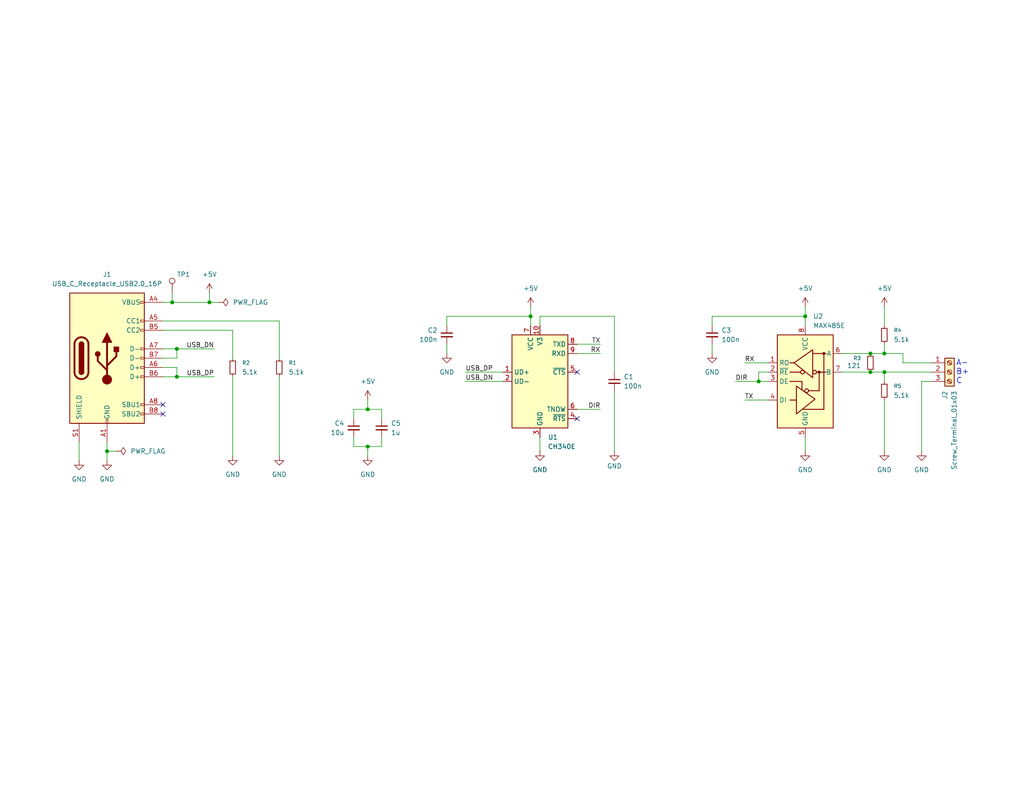
<source format=kicad_sch>
(kicad_sch (version 20250114) (generator "eeschema") (generator_version "9.0")
  (paper "A")
  (title_block (title "USB-C to RS485 Converter") (date "2025-12-10") (rev "A1") (company "Brandon Kirisaki"))
  (lib_symbols
    (symbol "Connector:Screw_Terminal_01x03" (pin_names (offset 1.016) (hide yes))
      (property "Reference" "J" (at 0 5.08 0))
      (property "Value" "Screw_Terminal_01x03" (at 0 -5.08 0))
      (symbol "Screw_Terminal_01x03_1_1"
        (rectangle (start -1.27 3.81) (end 1.27 -3.81) (stroke (width 0.254)) (fill (type background)))
        (polyline (pts (xy -0.5334 2.8702) (xy 0.3302 2.032)) (stroke (width 0.1524)))
        (polyline (pts (xy -0.5334 0.3302) (xy 0.3302 -0.508)) (stroke (width 0.1524)))
        (polyline (pts (xy -0.5334 -2.2098) (xy 0.3302 -3.048)) (stroke (width 0.1524)))
        (polyline (pts (xy -0.3556 3.048) (xy 0.508 2.2098)) (stroke (width 0.1524)))
        (polyline (pts (xy -0.3556 0.508) (xy 0.508 -0.3302)) (stroke (width 0.1524)))
        (polyline (pts (xy -0.3556 -2.032) (xy 0.508 -2.8702)) (stroke (width 0.1524)))
        (circle (center 0 2.54) (radius 0.635) (stroke (width 0.1524)))
        (circle (center 0 0) (radius 0.635) (stroke (width 0.1524)))
        (circle (center 0 -2.54) (radius 0.635) (stroke (width 0.1524)))
        (pin passive line (at -5.08 2.54 0) (length 3.81) (name "Pin_1") (number "1"))
        (pin passive line (at -5.08 0 0) (length 3.81) (name "Pin_2") (number "2"))
        (pin passive line (at -5.08 -2.54 0) (length 3.81) (name "Pin_3") (number "3"))
      )
    )
    (symbol "Connector:TestPoint" (pin_numbers (hide yes)) (pin_names (offset 0.762) (hide yes))
      (property "Reference" "TP" (at 0 6.858 0))
      (property "Value" "TestPoint" (at 0 5.08 0))
      (symbol "TestPoint_0_1"
        (circle (center 0 3.302) (radius 0.762))
      )
      (symbol "TestPoint_1_1"
        (pin passive line (at 0 0 90) (length 2.54) (name "1") (number "1"))
      )
    )
    (symbol "Connector:USB_C_Receptacle_USB2.0_16P" (pin_names (offset 1.016))
      (property "Reference" "J" (at 0 22.225 0))
      (property "Value" "USB_C_Receptacle_USB2.0_16P" (at 0 19.685 0))
      (symbol "USB_C_Receptacle_USB2.0_16P_0_0"
        (rectangle (start -0.254 -17.78) (end 0.254 -16.764))
        (rectangle (start 10.16 15.494) (end 9.144 14.986))
        (rectangle (start 10.16 10.414) (end 9.144 9.906))
        (rectangle (start 10.16 7.874) (end 9.144 7.366))
        (rectangle (start 10.16 2.794) (end 9.144 2.286))
        (rectangle (start 10.16 0.254) (end 9.144 -0.254))
        (rectangle (start 10.16 -2.286) (end 9.144 -2.794))
        (rectangle (start 10.16 -4.826) (end 9.144 -5.334))
        (rectangle (start 10.16 -12.446) (end 9.144 -12.954))
        (rectangle (start 10.16 -14.986) (end 9.144 -15.494))
      )
      (symbol "USB_C_Receptacle_USB2.0_16P_0_1"
        (rectangle (start -10.16 17.78) (end 10.16 -17.78) (stroke (width 0.254)) (fill (type background)))
        (polyline (pts (xy -8.89 -3.81) (xy -8.89 3.81)) (stroke (width 0.508)))
        (rectangle (start -7.62 -3.81) (end -6.35 3.81) (stroke (width 0.254)) (fill (type outline)))
        (arc (start -7.62 3.81) (mid -6.985 4.4423) (end -6.35 3.81) (stroke (width 0.254)))
        (arc (start -7.62 3.81) (mid -6.985 4.4423) (end -6.35 3.81) (stroke (width 0.254)) (fill (type outline)))
        (arc (start -8.89 3.81) (mid -6.985 5.7067) (end -5.08 3.81) (stroke (width 0.508)))
        (arc (start -5.08 -3.81) (mid -6.985 -5.7067) (end -8.89 -3.81) (stroke (width 0.508)))
        (arc (start -6.35 -3.81) (mid -6.985 -4.4423) (end -7.62 -3.81) (stroke (width 0.254)))
        (arc (start -6.35 -3.81) (mid -6.985 -4.4423) (end -7.62 -3.81) (stroke (width 0.254)) (fill (type outline)))
        (polyline (pts (xy -5.08 3.81) (xy -5.08 -3.81)) (stroke (width 0.508)))
        (circle (center -2.54 1.143) (radius 0.635) (stroke (width 0.254)) (fill (type outline)))
        (polyline (pts (xy -1.27 4.318) (xy 0 6.858) (xy 1.27 4.318) (xy -1.27 4.318)) (stroke (width 0.254)) (fill (type outline)))
        (polyline (pts (xy 0 -2.032) (xy 2.54 0.508) (xy 2.54 1.778)) (stroke (width 0.508)))
        (polyline (pts (xy 0 -3.302) (xy -2.54 -0.762) (xy -2.54 0.508)) (stroke (width 0.508)))
        (polyline (pts (xy 0 -5.842) (xy 0 4.318)) (stroke (width 0.508)))
        (circle (center 0 -5.842) (radius 1.27) (fill (type outline)))
        (rectangle (start 1.905 1.778) (end 3.175 3.048) (stroke (width 0.254)) (fill (type outline)))
      )
      (symbol "USB_C_Receptacle_USB2.0_16P_1_1"
        (pin passive line (at -7.62 -22.86 90) (length 5.08) (name "SHIELD") (number "S1"))
        (pin passive line (at 0 -22.86 90) (length 5.08) (name "GND") (number "A1"))
        (pin passive line (at 0 -22.86 90) (length 5.08) (hide yes) (name "GND") (number "A12"))
        (pin passive line (at 0 -22.86 90) (length 5.08) (hide yes) (name "GND") (number "B1"))
        (pin passive line (at 0 -22.86 90) (length 5.08) (hide yes) (name "GND") (number "B12"))
        (pin passive line (at 15.24 15.24 180) (length 5.08) (name "VBUS") (number "A4"))
        (pin passive line (at 15.24 15.24 180) (length 5.08) (hide yes) (name "VBUS") (number "A9"))
        (pin passive line (at 15.24 15.24 180) (length 5.08) (hide yes) (name "VBUS") (number "B4"))
        (pin passive line (at 15.24 15.24 180) (length 5.08) (hide yes) (name "VBUS") (number "B9"))
        (pin bidirectional line (at 15.24 10.16 180) (length 5.08) (name "CC1") (number "A5"))
        (pin bidirectional line (at 15.24 7.62 180) (length 5.08) (name "CC2") (number "B5"))
        (pin bidirectional line (at 15.24 2.54 180) (length 5.08) (name "D-") (number "A7"))
        (pin bidirectional line (at 15.24 0 180) (length 5.08) (name "D-") (number "B7"))
        (pin bidirectional line (at 15.24 -2.54 180) (length 5.08) (name "D+") (number "A6"))
        (pin bidirectional line (at 15.24 -5.08 180) (length 5.08) (name "D+") (number "B6"))
        (pin bidirectional line (at 15.24 -12.7 180) (length 5.08) (name "SBU1") (number "A8"))
        (pin bidirectional line (at 15.24 -15.24 180) (length 5.08) (name "SBU2") (number "B8"))
      )
    )
    (symbol "Device:C_Small" (pin_numbers (hide yes)) (pin_names (offset 0.254) (hide yes))
      (property "Reference" "C" (at 0.254 1.778 0))
      (property "Value" "C_Small" (at 0.254 -2.032 0))
      (symbol "C_Small_0_1"
        (polyline (pts (xy -1.524 0.508) (xy 1.524 0.508)) (stroke (width 0.3048)))
        (polyline (pts (xy -1.524 -0.508) (xy 1.524 -0.508)) (stroke (width 0.3302)))
      )
      (symbol "C_Small_1_1"
        (pin passive line (at 0 2.54 270) (length 2.032) (name "~") (number "1"))
        (pin passive line (at 0 -2.54 90) (length 2.032) (name "~") (number "2"))
      )
    )
    (symbol "Device:R_Small" (pin_numbers (hide yes)) (pin_names (offset 0.254) (hide yes))
      (property "Reference" "R" (at 0 0 90))
      (property "Value" "R_Small" (at 1.778 0 90))
      (symbol "R_Small_0_1"
        (rectangle (start -0.762 1.778) (end 0.762 -1.778) (stroke (width 0.2032)))
      )
      (symbol "R_Small_1_1"
        (pin passive line (at 0 2.54 270) (length 0.762) (name "~") (number "1"))
        (pin passive line (at 0 -2.54 90) (length 0.762) (name "~") (number "2"))
      )
    )
    (symbol "Interface_UART:MAX485E"
      (property "Reference" "U" (at -6.985 13.97 0))
      (property "Value" "MAX485E" (at 1.905 13.97 0))
      (symbol "MAX485E_0_1"
        (rectangle (start -7.62 12.7) (end 7.62 -12.7) (stroke (width 0.254)) (fill (type background)))
        (polyline (pts (xy -4.191 2.54) (xy -1.27 2.54)) (stroke (width 0.254)))
        (polyline (pts (xy -4.191 0) (xy -0.889 0) (xy -0.889 -2.286)) (stroke (width 0.254)))
        (polyline (pts (xy -3.175 5.08) (xy -4.191 5.08) (xy -4.064 5.08)) (stroke (width 0.254)))
        (polyline (pts (xy -2.54 -5.08) (xy -4.191 -5.08)) (stroke (width 0.254)))
        (polyline (pts (xy -2.413 -5.08) (xy -2.413 -1.27) (xy 2.667 -4.826) (xy -2.413 -8.89) (xy -2.413 -5.08)) (stroke (width 0.254)))
        (polyline (pts (xy -0.635 -7.62) (xy 5.08 -7.62)) (stroke (width 0.254)))
        (circle (center 0.381 -2.54) (radius 0.508) (stroke (width 0.254)))
        (polyline (pts (xy 0.889 -2.54) (xy 3.81 -2.54)) (stroke (width 0.254)))
        (polyline (pts (xy 2.032 7.62) (xy 5.715 7.62)) (stroke (width 0.254)))
        (polyline (pts (xy 3.048 2.54) (xy 5.715 2.54)) (stroke (width 0.254)))
        (circle (center 3.81 2.54) (radius 0.2794) (stroke (width 0.254)) (fill (type outline)))
        (polyline (pts (xy 3.81 -2.54) (xy 3.81 2.54)) (stroke (width 0.254)))
        (polyline (pts (xy 5.08 -7.62) (xy 5.08 7.62)) (stroke (width 0.254)))
      )
      (symbol "MAX485E_1_1"
        (circle (center -0.762 2.54) (radius 0.508) (stroke (width 0.254)))
        (polyline (pts (xy 2.032 4.826) (xy 2.032 8.636) (xy -3.048 5.08) (xy 2.032 1.016) (xy 2.032 4.826)) (stroke (width 0.254)))
        (circle (center 2.54 2.54) (radius 0.508) (stroke (width 0.254)))
        (circle (center 5.08 7.62) (radius 0.2794) (stroke (width 0.254)) (fill (type outline)))
        (pin output line (at -10.16 5.08 0) (length 2.54) (name "RO") (number "1"))
        (pin input line (at -10.16 2.54 0) (length 2.54) (name "~{RE}") (number "2"))
        (pin input line (at -10.16 0 0) (length 2.54) (name "DE") (number "3"))
        (pin input line (at -10.16 -5.08 0) (length 2.54) (name "DI") (number "4"))
        (pin power_in line (at 0 15.24 270) (length 2.54) (name "VCC") (number "8"))
        (pin power_in line (at 0 -15.24 90) (length 2.54) (name "GND") (number "5"))
        (pin bidirectional line (at 10.16 7.62 180) (length 2.54) (name "A") (number "6"))
        (pin bidirectional line (at 10.16 2.54 180) (length 2.54) (name "B") (number "7"))
      )
    )
    (symbol "Interface_USB:CH340E"
      (property "Reference" "U" (at -5.08 13.97 0))
      (property "Value" "CH340E" (at 1.27 13.97 0))
      (symbol "CH340E_0_1"
        (rectangle (start -7.62 12.7) (end 7.62 -12.7) (stroke (width 0.254)) (fill (type background)))
      )
      (symbol "CH340E_1_1"
        (pin bidirectional line (at -10.16 2.54 0) (length 2.54) (name "UD+") (number "1"))
        (pin bidirectional line (at -10.16 0 0) (length 2.54) (name "UD-") (number "2"))
        (pin power_in line (at -2.54 15.24 270) (length 2.54) (name "VCC") (number "7"))
        (pin power_out line (at 0 15.24 270) (length 2.54) (name "V3") (number "10"))
        (pin power_in line (at 0 -15.24 90) (length 2.54) (name "GND") (number "3"))
        (pin output line (at 10.16 10.16 180) (length 2.54) (name "TXD") (number "8"))
        (pin input line (at 10.16 7.62 180) (length 2.54) (name "RXD") (number "9"))
        (pin input line (at 10.16 2.54 180) (length 2.54) (name "~{CTS}") (number "5"))
        (pin output line (at 10.16 -7.62 180) (length 2.54) (name "TNOW") (number "6"))
        (pin output line (at 10.16 -10.16 180) (length 2.54) (name "~{RTS}") (number "4"))
      )
    )
    (symbol "power:+5V" (power) (pin_numbers (hide yes)) (pin_names (offset 0) (hide yes))
      (property "Value" "+5V" (at 0 3.556 0))
      (symbol "+5V_0_1"
        (polyline (pts (xy -0.762 1.27) (xy 0 2.54)))
        (polyline (pts (xy 0 2.54) (xy 0.762 1.27)))
        (polyline (pts (xy 0 0) (xy 0 2.54)))
      )
      (symbol "+5V_1_1"
        (pin power_in line (at 0 0 90) (length 0) (name "~") (number "1"))
      )
    )
    (symbol "power:GND" (power) (pin_numbers (hide yes)) (pin_names (offset 0) (hide yes))
      (property "Value" "GND" (at 0 -3.81 0))
      (symbol "GND_0_1"
        (polyline (pts (xy 0 0) (xy 0 -1.27) (xy 1.27 -1.27) (xy 0 -2.54) (xy -1.27 -1.27) (xy 0 -1.27)))
      )
      (symbol "GND_1_1"
        (pin power_in line (at 0 0 270) (length 0) (name "~") (number "1"))
      )
    )
    (symbol "power:PWR_FLAG" (power) (pin_numbers (hide yes)) (pin_names (offset 0) (hide yes))
      (property "Value" "PWR_FLAG" (at 0 3.81 0))
      (symbol "PWR_FLAG_0_0"
        (pin power_out line (at 0 0 90) (length 0) (name "~") (number "1"))
      )
      (symbol "PWR_FLAG_0_1"
        (polyline (pts (xy 0 0) (xy 0 1.27) (xy -1.016 1.905) (xy 0 2.54) (xy 1.016 1.905) (xy 0 1.27)))
      )
    )
  )
  (text "A-\nB+\nC" (at 260.858 101.6 0) (effects (font (size 1.524 1.524)) (justify left)))
  (junction (at 241.3 96.52))
  (junction (at 48.26 95.25))
  (junction (at 207.01 104.14))
  (junction (at 237.49 101.6))
  (junction (at 100.33 121.92))
  (junction (at 100.33 111.76))
  (junction (at 48.26 102.87))
  (junction (at 57.15 82.55))
  (junction (at 144.78 86.36))
  (junction (at 219.71 86.36))
  (junction (at 237.49 96.52))
  (junction (at 46.99 82.55))
  (junction (at 29.21 123.19))
  (junction (at 241.3 101.6))
  (no_connect (at 157.48 114.3))
  (no_connect (at 44.45 113.03))
  (no_connect (at 157.48 101.6))
  (no_connect (at 44.45 110.49))
  (wire (pts (xy 219.71 119.38) (xy 219.71 123.19)))
  (wire (pts (xy 209.55 101.6) (xy 207.01 101.6)))
  (wire (pts (xy 29.21 123.19) (xy 29.21 125.73)))
  (wire (pts (xy 203.2 99.06) (xy 209.55 99.06)))
  (wire (pts (xy 241.3 101.6) (xy 241.3 104.14)))
  (wire (pts (xy 29.21 120.65) (xy 29.21 123.19)))
  (wire (pts (xy 44.45 100.33) (xy 48.26 100.33)))
  (wire (pts (xy 121.92 93.98) (xy 121.92 96.52)))
  (wire (pts (xy 44.45 102.87) (xy 48.26 102.87)))
  (wire (pts (xy 144.78 86.36) (xy 144.78 88.9)))
  (wire (pts (xy 76.2 87.63) (xy 44.45 87.63)))
  (wire (pts (xy 104.14 111.76) (xy 104.14 114.3)))
  (wire (pts (xy 100.33 121.92) (xy 104.14 121.92)))
  (wire (pts (xy 121.92 88.9) (xy 121.92 86.36)))
  (wire (pts (xy 63.5 102.87) (xy 63.5 124.46)))
  (wire (pts (xy 167.64 106.68) (xy 167.64 123.19)))
  (wire (pts (xy 21.59 120.65) (xy 21.59 125.73)))
  (wire (pts (xy 157.48 93.98) (xy 163.83 93.98)))
  (wire (pts (xy 29.21 123.19) (xy 31.75 123.19)))
  (wire (pts (xy 44.45 82.55) (xy 46.99 82.55)))
  (wire (pts (xy 203.2 109.22) (xy 209.55 109.22)))
  (wire (pts (xy 237.49 96.52) (xy 241.3 96.52)))
  (wire (pts (xy 194.31 93.98) (xy 194.31 96.52)))
  (wire (pts (xy 147.32 119.38) (xy 147.32 123.19)))
  (wire (pts (xy 254 104.14) (xy 251.46 104.14)))
  (wire (pts (xy 219.71 83.82) (xy 219.71 86.36)))
  (wire (pts (xy 229.87 101.6) (xy 237.49 101.6)))
  (wire (pts (xy 229.87 96.52) (xy 237.49 96.52)))
  (wire (pts (xy 241.3 101.6) (xy 254 101.6)))
  (wire (pts (xy 157.48 111.76) (xy 163.83 111.76)))
  (wire (pts (xy 144.78 83.82) (xy 144.78 86.36)))
  (wire (pts (xy 207.01 104.14) (xy 209.55 104.14)))
  (wire (pts (xy 96.52 121.92) (xy 100.33 121.92)))
  (wire (pts (xy 46.99 80.01) (xy 46.99 82.55)))
  (wire (pts (xy 48.26 95.25) (xy 48.26 97.79)))
  (wire (pts (xy 157.48 96.52) (xy 163.83 96.52)))
  (wire (pts (xy 96.52 111.76) (xy 96.52 114.3)))
  (wire (pts (xy 100.33 121.92) (xy 100.33 124.46)))
  (wire (pts (xy 76.2 102.87) (xy 76.2 124.46)))
  (wire (pts (xy 57.15 82.55) (xy 59.69 82.55)))
  (wire (pts (xy 96.52 111.76) (xy 100.33 111.76)))
  (wire (pts (xy 127 101.6) (xy 137.16 101.6)))
  (wire (pts (xy 76.2 97.79) (xy 76.2 87.63)))
  (wire (pts (xy 48.26 95.25) (xy 58.42 95.25)))
  (wire (pts (xy 127 104.14) (xy 137.16 104.14)))
  (wire (pts (xy 207.01 101.6) (xy 207.01 104.14)))
  (wire (pts (xy 121.92 86.36) (xy 144.78 86.36)))
  (wire (pts (xy 44.45 97.79) (xy 48.26 97.79)))
  (wire (pts (xy 167.64 86.36) (xy 167.64 101.6)))
  (wire (pts (xy 48.26 100.33) (xy 48.26 102.87)))
  (wire (pts (xy 241.3 96.52) (xy 246.38 96.52)))
  (wire (pts (xy 48.26 102.87) (xy 58.42 102.87)))
  (wire (pts (xy 194.31 86.36) (xy 219.71 86.36)))
  (wire (pts (xy 241.3 83.82) (xy 241.3 88.9)))
  (wire (pts (xy 219.71 86.36) (xy 219.71 88.9)))
  (wire (pts (xy 251.46 104.14) (xy 251.46 123.19)))
  (wire (pts (xy 147.32 86.36) (xy 167.64 86.36)))
  (wire (pts (xy 147.32 88.9) (xy 147.32 86.36)))
  (wire (pts (xy 194.31 88.9) (xy 194.31 86.36)))
  (wire (pts (xy 100.33 111.76) (xy 104.14 111.76)))
  (wire (pts (xy 44.45 95.25) (xy 48.26 95.25)))
  (wire (pts (xy 241.3 93.98) (xy 241.3 96.52)))
  (wire (pts (xy 200.66 104.14) (xy 207.01 104.14)))
  (wire (pts (xy 237.49 101.6) (xy 241.3 101.6)))
  (wire (pts (xy 96.52 121.92) (xy 96.52 119.38)))
  (wire (pts (xy 46.99 82.55) (xy 57.15 82.55)))
  (wire (pts (xy 241.3 109.22) (xy 241.3 123.19)))
  (wire (pts (xy 246.38 99.06) (xy 246.38 96.52)))
  (wire (pts (xy 254 99.06) (xy 246.38 99.06)))
  (wire (pts (xy 63.5 90.17) (xy 63.5 97.79)))
  (wire (pts (xy 104.14 121.92) (xy 104.14 119.38)))
  (wire (pts (xy 44.45 90.17) (xy 63.5 90.17)))
  (wire (pts (xy 100.33 109.22) (xy 100.33 111.76)))
  (wire (pts (xy 57.15 80.01) (xy 57.15 82.55)))
  (label "USB_DN" (at 127 104.14 0))
  (label "DIR" (at 200.66 104.14 0))
  (label "USB_DP" (at 127 101.6 0))
  (label "RX" (at 203.2 99.06 0))
  (label "TX" (at 163.83 93.98 180))
  (label "RX" (at 163.83 96.52 180))
  (label "DIR" (at 163.83 111.76 180))
  (label "USB_DN" (at 58.42 95.25 180))
  (label "USB_DP" (at 58.42 102.87 180))
  (label "TX" (at 203.2 109.22 0))
  (symbol (lib_id "power:GND") (at 21.59 125.73 0) (unit 1)
    (property "Reference" "#PWR03" (effects (hide yes)))
    (property "Value" "GND" (at 21.59 130.81 0))
    (property "Description" "Power symbol creates a global label with name \"GND\" , ground" (effects (hide yes)))
  )
  (symbol (lib_id "Interface_UART:MAX485E") (at 219.71 104.14 0) (unit 1)
    (property "Reference" "U2" (at 221.8533 86.36 0) (effects (justify left)))
    (property "Value" "MAX485E" (at 221.8533 88.9 0) (effects (justify left)))
    (property "Footprint" "Package_SO:SOIC-8_3.9x4.9mm_P1.27mm" (effects (hide yes)))
    (property "Datasheet" "https://datasheets.maximintegrated.com/en/ds/MAX1487E-MAX491E.pdf" (effects (hide yes)))
    (property "Description" "Half duplex RS-485/RS-422, 2.5 Mbps, ±15kV electro-static discharge (ESD) protection, no slew-rate, no low-power shutdown, with receiver/driver enable, 32 receiver drive capability, DIP-8 and SOIC-8" (effects (hide yes)))
  )
  (symbol (lib_id "Device:C_Small") (at 167.64 104.14 0) (unit 1)
    (property "Reference" "C1" (at 170.18 102.8762 0) (effects (justify left)))
    (property "Value" "100n" (at 170.18 105.4162 0) (effects (justify left)))
    (property "Footprint" "Capacitor_SMD:C_0603_1608Metric" (effects (hide yes)))
    (property "Description" "Unpolarized capacitor, small symbol" (effects (hide yes)))
  )
  (symbol (lib_id "Device:R_Small") (at 241.3 106.68 0) (unit 1)
    (property "Reference" "R5" (at 243.84 105.4099 0) (effects (font (size 1.016 1.016)) (justify left)))
    (property "Value" "5.1k" (at 243.84 107.9499 0) (effects (justify left)))
    (property "Footprint" "Resistor_SMD:R_0603_1608Metric" (effects (hide yes)))
    (property "Description" "Resistor, small symbol" (effects (hide yes)))
  )
  (symbol (lib_id "power:GND") (at 76.2 124.46 0) (unit 1)
    (property "Reference" "#PWR06" (effects (hide yes)))
    (property "Value" "GND" (at 76.2 129.54 0))
    (property "Description" "Power symbol creates a global label with name \"GND\" , ground" (effects (hide yes)))
  )
  (symbol (lib_id "Connector:USB_C_Receptacle_USB2.0_16P") (at 29.21 97.79 0) (unit 1)
    (property "Reference" "J1" (at 29.21 74.93 0))
    (property "Value" "USB_C_Receptacle_USB2.0_16P" (at 29.21 77.47 0))
    (property "Footprint" "Connector_USB:USB_C_Receptacle_XKB_U262-16XN-4BVC11" (effects (hide yes)))
    (property "Datasheet" "https://www.usb.org/sites/default/files/documents/usb_type-c.zip" (effects (hide yes)))
    (property "Description" "USB 2.0-only 16P Type-C Receptacle connector" (effects (hide yes)))
  )
  (symbol (lib_id "power:GND") (at 121.92 96.52 0) (unit 1)
    (property "Reference" "#PWR09" (effects (hide yes)))
    (property "Value" "GND" (at 121.92 101.6 0))
    (property "Description" "Power symbol creates a global label with name \"GND\" , ground" (effects (hide yes)))
  )
  (symbol (lib_id "Device:R_Small") (at 241.3 91.44 0) (unit 1)
    (property "Reference" "R4" (at 243.84 90.1699 0) (effects (font (size 1.016 1.016)) (justify left)))
    (property "Value" "5.1k" (at 243.84 92.7099 0) (effects (justify left)))
    (property "Footprint" "Resistor_SMD:R_0603_1608Metric" (effects (hide yes)))
    (property "Description" "Resistor, small symbol" (effects (hide yes)))
  )
  (symbol (lib_id "Device:C_Small") (at 104.14 116.84 0) (unit 1)
    (property "Reference" "C5" (at 106.68 115.5762 0) (effects (justify left)))
    (property "Value" "1u" (at 106.68 118.1162 0) (effects (justify left)))
    (property "Footprint" "Capacitor_SMD:C_0805_2012Metric" (effects (hide yes)))
    (property "Description" "Unpolarized capacitor, small symbol" (effects (hide yes)))
  )
  (symbol (lib_id "power:GND") (at 241.3 123.19 0) (unit 1)
    (property "Reference" "#PWR015" (effects (hide yes)))
    (property "Value" "GND" (at 241.3 128.27 0))
    (property "Description" "Power symbol creates a global label with name \"GND\" , ground" (effects (hide yes)))
  )
  (symbol (lib_id "Device:R_Small") (at 63.5 100.33 0) (unit 1)
    (property "Reference" "R2" (at 66.04 99.0599 0) (effects (font (size 1.016 1.016)) (justify left)))
    (property "Value" "5.1k" (at 66.04 101.5999 0) (effects (justify left)))
    (property "Footprint" "Resistor_SMD:R_0603_1608Metric" (effects (hide yes)))
    (property "Description" "Resistor, small symbol" (effects (hide yes)))
  )
  (symbol (lib_id "power:PWR_FLAG") (at 59.69 82.55 270) (unit 1)
    (property "Reference" "#FLG01" (effects (hide yes)))
    (property "Value" "PWR_FLAG" (at 63.5 82.5499 90) (effects (justify left)))
    (property "Description" "Special symbol for telling ERC where power comes from" (effects (hide yes)))
  )
  (symbol (lib_id "Device:R_Small") (at 76.2 100.33 0) (unit 1)
    (property "Reference" "R1" (at 78.74 99.0599 0) (effects (font (size 1.016 1.016)) (justify left)))
    (property "Value" "5.1k" (at 78.74 101.5999 0) (effects (justify left)))
    (property "Footprint" "Resistor_SMD:R_0603_1608Metric" (effects (hide yes)))
    (property "Description" "Resistor, small symbol" (effects (hide yes)))
  )
  (symbol (lib_id "power:+5V") (at 219.71 83.82 0) (unit 1)
    (property "Reference" "#PWR011" (effects (hide yes)))
    (property "Value" "+5V" (at 219.71 78.74 0))
    (property "Description" "Power symbol creates a global label with name \"+5V\"" (effects (hide yes)))
  )
  (symbol (lib_id "power:PWR_FLAG") (at 31.75 123.19 270) (unit 1)
    (property "Reference" "#FLG02" (effects (hide yes)))
    (property "Value" "PWR_FLAG" (at 35.56 123.1899 90) (effects (justify left)))
    (property "Description" "Special symbol for telling ERC where power comes from" (effects (hide yes)))
  )
  (symbol (lib_id "power:+5V") (at 144.78 83.82 0) (unit 1)
    (property "Reference" "#PWR07" (effects (hide yes)))
    (property "Value" "+5V" (at 144.78 78.74 0))
    (property "Description" "Power symbol creates a global label with name \"+5V\"" (effects (hide yes)))
  )
  (symbol (lib_id "Interface_USB:CH340E") (at 147.32 104.14 0) (unit 1)
    (property "Reference" "U1" (at 149.4633 119.38 0) (effects (justify left)))
    (property "Value" "CH340E" (at 149.4633 121.92 0) (effects (justify left)))
    (property "Footprint" "Package_SO:MSOP-10_3x3mm_P0.5mm" (effects (hide yes)))
    (property "Datasheet" "https://www.mpja.com/download/35227cpdata.pdf" (effects (hide yes)))
    (property "Description" "USB serial converter, UART, MSOP-10" (effects (hide yes)))
  )
  (symbol (lib_id "power:GND") (at 63.5 124.46 0) (unit 1)
    (property "Reference" "#PWR05" (effects (hide yes)))
    (property "Value" "GND" (at 63.5 129.54 0))
    (property "Description" "Power symbol creates a global label with name \"GND\" , ground" (effects (hide yes)))
  )
  (symbol (lib_id "power:GND") (at 167.64 123.19 0) (unit 1)
    (property "Reference" "#PWR04" (effects (hide yes)))
    (property "Value" "GND" (at 167.64 127.254 0))
    (property "Description" "Power symbol creates a global label with name \"GND\" , ground" (effects (hide yes)))
  )
  (symbol (lib_id "power:+5V") (at 241.3 83.82 0) (unit 1)
    (property "Reference" "#PWR014" (effects (hide yes)))
    (property "Value" "+5V" (at 241.3 78.74 0))
    (property "Description" "Power symbol creates a global label with name \"+5V\"" (effects (hide yes)))
  )
  (symbol (lib_id "power:+5V") (at 57.15 80.01 0) (unit 1)
    (property "Reference" "#PWR01" (effects (hide yes)))
    (property "Value" "+5V" (at 57.15 74.93 0))
    (property "Description" "Power symbol creates a global label with name \"+5V\"" (effects (hide yes)))
  )
  (symbol (lib_id "power:GND") (at 219.71 123.19 0) (unit 1)
    (property "Reference" "#PWR012" (effects (hide yes)))
    (property "Value" "GND" (at 219.71 128.27 0))
    (property "Description" "Power symbol creates a global label with name \"GND\" , ground" (effects (hide yes)))
  )
  (symbol (lib_id "Device:C_Small") (at 96.52 116.84 0) (mirror y) (unit 1)
    (property "Reference" "C4" (at 93.98 115.5762 0) (effects (justify left)))
    (property "Value" "10u" (at 93.98 118.1162 0) (effects (justify left)))
    (property "Footprint" "Capacitor_SMD:C_1206_3216Metric" (effects (hide yes)))
    (property "Description" "Unpolarized capacitor, small symbol" (effects (hide yes)))
  )
  (symbol (lib_id "power:GND") (at 147.32 123.19 0) (unit 1)
    (property "Reference" "#PWR08" (effects (hide yes)))
    (property "Value" "GND" (at 147.32 128.27 0))
    (property "Description" "Power symbol creates a global label with name \"GND\" , ground" (effects (hide yes)))
  )
  (symbol (lib_id "Connector:Screw_Terminal_01x03") (at 259.08 101.6 0) (unit 1)
    (property "Reference" "J2" (at 257.8099 106.68 90) (effects (justify right)))
    (property "Value" "Screw_Terminal_01x03" (at 260.35 106.68 90) (effects (justify right)))
    (property "Footprint" "TerminalBlock_Phoenix:TerminalBlock_Phoenix_MKDS-1,5-3-5.08_1x03_P5.08mm_Horizontal" (effects (hide yes)))
    (property "Description" "Generic screw terminal, single row, 01x03, script generated (kicad-library-utils/schlib/autogen/connector/)" (effects (hide yes)))
  )
  (symbol (lib_id "power:GND") (at 251.46 123.19 0) (unit 1)
    (property "Reference" "#PWR013" (effects (hide yes)))
    (property "Value" "GND" (at 251.46 128.27 0))
    (property "Description" "Power symbol creates a global label with name \"GND\" , ground" (effects (hide yes)))
  )
  (symbol (lib_id "power:GND") (at 29.21 125.73 0) (unit 1)
    (property "Reference" "#PWR02" (effects (hide yes)))
    (property "Value" "GND" (at 29.21 130.81 0))
    (property "Description" "Power symbol creates a global label with name \"GND\" , ground" (effects (hide yes)))
  )
  (symbol (lib_id "Device:C_Small") (at 194.31 91.44 0) (unit 1)
    (property "Reference" "C3" (at 196.85 90.1762 0) (effects (justify left)))
    (property "Value" "100n" (at 196.85 92.7162 0) (effects (justify left)))
    (property "Footprint" "Capacitor_SMD:C_0603_1608Metric" (effects (hide yes)))
    (property "Description" "Unpolarized capacitor, small symbol" (effects (hide yes)))
  )
  (symbol (lib_id "power:GND") (at 194.31 96.52 0) (unit 1)
    (property "Reference" "#PWR010" (effects (hide yes)))
    (property "Value" "GND" (at 194.31 101.6 0))
    (property "Description" "Power symbol creates a global label with name \"GND\" , ground" (effects (hide yes)))
  )
  (symbol (lib_id "Device:C_Small") (at 121.92 91.44 0) (mirror y) (unit 1)
    (property "Reference" "C2" (at 119.38 90.1762 0) (effects (justify left)))
    (property "Value" "100n" (at 119.38 92.7162 0) (effects (justify left)))
    (property "Footprint" "Capacitor_SMD:C_0603_1608Metric" (effects (hide yes)))
    (property "Description" "Unpolarized capacitor, small symbol" (effects (hide yes)))
  )
  (symbol (lib_id "power:+5V") (at 100.33 109.22 0) (unit 1)
    (property "Reference" "#PWR016" (effects (hide yes)))
    (property "Value" "+5V" (at 100.33 104.14 0))
    (property "Description" "Power symbol creates a global label with name \"+5V\"" (effects (hide yes)))
  )
  (symbol (lib_id "Connector:TestPoint") (at 46.99 80.01 0) (unit 1)
    (property "Reference" "TP1" (at 48.26 74.93 0) (effects (justify left)))
    (property "Value" "TestPoint" (effects (hide yes)))
    (property "Footprint" "TestPoint:TestPoint_Pad_1.0x1.0mm" (effects (hide yes)))
    (property "Description" "test point" (effects (hide yes)))
  )
  (symbol (lib_id "power:GND") (at 100.33 124.46 0) (unit 1)
    (property "Reference" "#PWR017" (effects (hide yes)))
    (property "Value" "GND" (at 100.33 129.54 0))
    (property "Description" "Power symbol creates a global label with name \"GND\" , ground" (effects (hide yes)))
  )
  (symbol (lib_id "Device:R_Small") (at 237.49 99.06 0) (mirror y) (unit 1)
    (property "Reference" "R3" (at 234.95 97.7899 0) (effects (font (size 1.016 1.016)) (justify left)))
    (property "Value" "121" (at 234.95 99.822 0) (effects (justify left)))
    (property "Footprint" "Resistor_SMD:R_0603_1608Metric" (effects (hide yes)))
    (property "Description" "Resistor, small symbol" (effects (hide yes)))
  )
)
</source>
